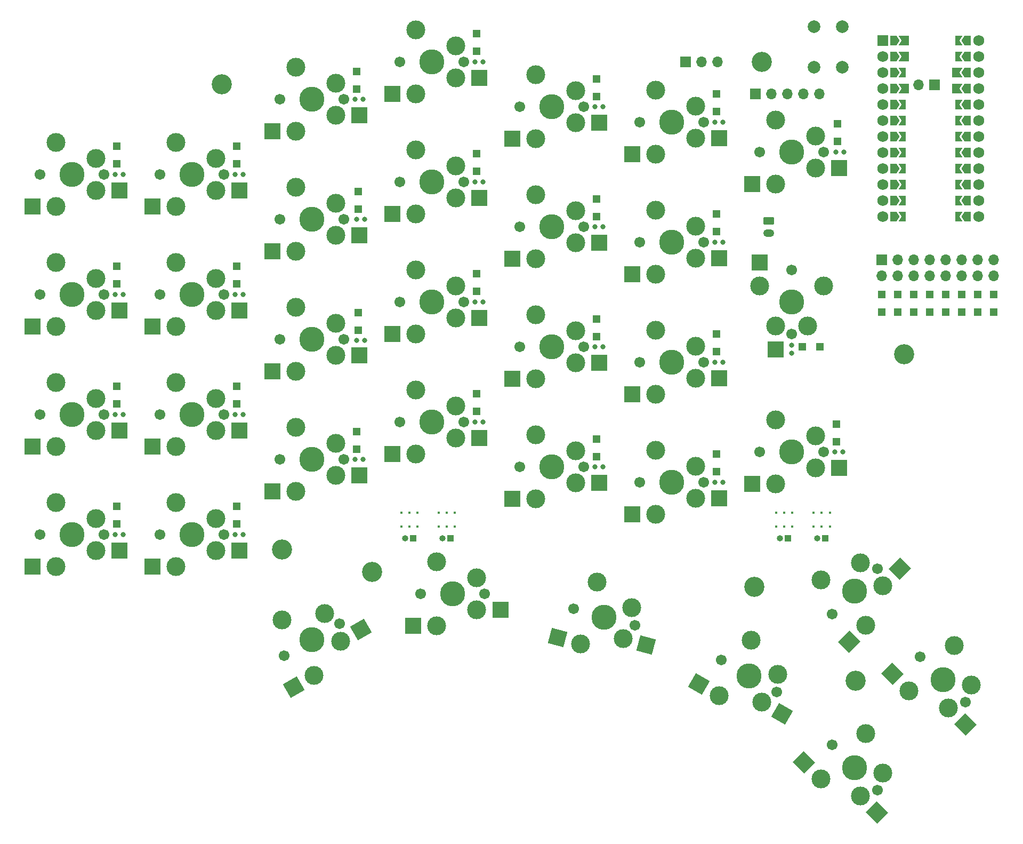
<source format=gbr>
%TF.GenerationSoftware,KiCad,Pcbnew,6.0.4*%
%TF.CreationDate,2022-04-28T08:17:54+02:00*%
%TF.ProjectId,mykeeb,6d796b65-6562-42e6-9b69-6361645f7063,rev?*%
%TF.SameCoordinates,Original*%
%TF.FileFunction,Soldermask,Bot*%
%TF.FilePolarity,Negative*%
%FSLAX46Y46*%
G04 Gerber Fmt 4.6, Leading zero omitted, Abs format (unit mm)*
G04 Created by KiCad (PCBNEW 6.0.4) date 2022-04-28 08:17:54*
%MOMM*%
%LPD*%
G01*
G04 APERTURE LIST*
G04 Aperture macros list*
%AMRoundRect*
0 Rectangle with rounded corners*
0 $1 Rounding radius*
0 $2 $3 $4 $5 $6 $7 $8 $9 X,Y pos of 4 corners*
0 Add a 4 corners polygon primitive as box body*
4,1,4,$2,$3,$4,$5,$6,$7,$8,$9,$2,$3,0*
0 Add four circle primitives for the rounded corners*
1,1,$1+$1,$2,$3*
1,1,$1+$1,$4,$5*
1,1,$1+$1,$6,$7*
1,1,$1+$1,$8,$9*
0 Add four rect primitives between the rounded corners*
20,1,$1+$1,$2,$3,$4,$5,0*
20,1,$1+$1,$4,$5,$6,$7,0*
20,1,$1+$1,$6,$7,$8,$9,0*
20,1,$1+$1,$8,$9,$2,$3,0*%
%AMRotRect*
0 Rectangle, with rotation*
0 The origin of the aperture is its center*
0 $1 length*
0 $2 width*
0 $3 Rotation angle, in degrees counterclockwise*
0 Add horizontal line*
21,1,$1,$2,0,0,$3*%
%AMFreePoly0*
4,1,6,1.000000,0.000000,0.500000,-0.750000,-0.500000,-0.750000,-0.500000,0.750000,0.500000,0.750000,1.000000,0.000000,1.000000,0.000000,$1*%
%AMFreePoly1*
4,1,6,0.500000,-0.750000,-0.650000,-0.750000,-0.150000,0.000000,-0.650000,0.750000,0.500000,0.750000,0.500000,-0.750000,0.500000,-0.750000,$1*%
%AMFreePoly2*
4,1,6,1.000000,-0.750000,-0.650000,-0.750000,-0.150000,0.000000,-0.650000,0.750000,1.000000,0.750000,1.000000,-0.750000,1.000000,-0.750000,$1*%
G04 Aperture macros list end*
%ADD10C,3.000000*%
%ADD11C,3.987800*%
%ADD12C,1.701800*%
%ADD13R,2.550000X2.500000*%
%ADD14C,0.393700*%
%ADD15R,1.200000X1.200000*%
%ADD16C,0.800000*%
%ADD17RotRect,2.550000X2.500000X315.000000*%
%ADD18C,2.000000*%
%ADD19C,3.200000*%
%ADD20RotRect,2.550000X2.500000X30.000000*%
%ADD21RotRect,2.550000X2.500000X45.000000*%
%ADD22R,2.500000X2.550000*%
%ADD23RotRect,2.550000X2.500000X345.000000*%
%ADD24C,1.752600*%
%ADD25R,1.752600X1.752600*%
%ADD26FreePoly0,0.000000*%
%ADD27FreePoly0,180.000000*%
%ADD28FreePoly1,180.000000*%
%ADD29FreePoly2,180.000000*%
%ADD30FreePoly1,0.000000*%
%ADD31FreePoly2,0.000000*%
%ADD32RotRect,2.550000X2.500000X330.000000*%
%ADD33R,1.700000X1.700000*%
%ADD34O,1.700000X1.700000*%
%ADD35R,1.000000X1.000000*%
%ADD36O,1.000000X1.000000*%
%ADD37RoundRect,0.250000X-0.625000X0.350000X-0.625000X-0.350000X0.625000X-0.350000X0.625000X0.350000X0*%
%ADD38O,1.750000X1.200000*%
G04 APERTURE END LIST*
D10*
%TO.C,K26*%
X145494375Y-89138125D03*
X145494375Y-94218125D03*
X139144375Y-86598125D03*
D11*
X141684375Y-91678125D03*
D10*
X139144375Y-96758125D03*
D12*
X146764375Y-91678125D03*
X136604375Y-91678125D03*
D13*
X135394375Y-96758125D03*
X149244375Y-94218125D03*
%TD*%
D14*
%TO.C,H14*%
X139203125Y-103484375D03*
%TD*%
D15*
%TO.C,D33*%
X91678125Y-85253625D03*
D16*
X91424125Y-86915625D03*
X92694125Y-86915625D03*
D15*
X91678125Y-82453625D03*
%TD*%
D10*
%TO.C,K14*%
X107394375Y-58499375D03*
X107394375Y-53419375D03*
D12*
X108664375Y-55959375D03*
X98504375Y-55959375D03*
D11*
X103584375Y-55959375D03*
D10*
X101044375Y-61039375D03*
X101044375Y-50879375D03*
D13*
X97294375Y-61039375D03*
X111144375Y-58499375D03*
%TD*%
D10*
%TO.C,K12*%
X69294375Y-52228750D03*
X69294375Y-57308750D03*
X62944375Y-59848750D03*
D12*
X70564375Y-54768750D03*
D10*
X62944375Y-49688750D03*
D12*
X60404375Y-54768750D03*
D11*
X65484375Y-54768750D03*
D13*
X59194375Y-59848750D03*
X73044375Y-57308750D03*
%TD*%
D16*
%TO.C,D32*%
X72374125Y-92868750D03*
D15*
X72628125Y-91206750D03*
X72628125Y-88406750D03*
D16*
X73644125Y-92868750D03*
%TD*%
D10*
%TO.C,K22*%
X62944375Y-78898750D03*
D11*
X65484375Y-73818750D03*
D10*
X69294375Y-71278750D03*
X62944375Y-68738750D03*
X69294375Y-76358750D03*
D12*
X70564375Y-73818750D03*
X60404375Y-73818750D03*
D13*
X59194375Y-78898750D03*
X73044375Y-76358750D03*
%TD*%
D12*
%TO.C,K45*%
X169284701Y-131358224D03*
D10*
X166590625Y-132256250D03*
D11*
X165692599Y-127766122D03*
D10*
X160304445Y-129562173D03*
X170182727Y-128664148D03*
D12*
X162100497Y-124174020D03*
D10*
X167488650Y-122377968D03*
D17*
X157652795Y-126910523D03*
X169242275Y-134907900D03*
%TD*%
D10*
%TO.C,K44*%
X152590625Y-146256250D03*
D11*
X151692599Y-141766122D03*
D10*
X146304445Y-143562173D03*
X156182727Y-142664148D03*
D12*
X155284701Y-145358224D03*
D10*
X153488650Y-136377968D03*
D12*
X148100497Y-138174020D03*
D17*
X143652795Y-140910523D03*
X155242275Y-148907900D03*
%TD*%
D16*
%TO.C,D10*%
X34274125Y-66675000D03*
D15*
X34528125Y-65013000D03*
X34528125Y-62213000D03*
D16*
X35544125Y-66675000D03*
%TD*%
D15*
%TO.C,D2*%
X72628125Y-34056750D03*
D16*
X72374125Y-35718750D03*
D15*
X72628125Y-31256750D03*
D16*
X73644125Y-35718750D03*
%TD*%
D18*
%TO.C,SW1*%
X149696875Y-30634375D03*
X149696875Y-24134375D03*
X145196875Y-24134375D03*
X145196875Y-30634375D03*
%TD*%
D19*
%TO.C,H5*%
X135731250Y-113109375D03*
%TD*%
%TO.C,H4*%
X159543750Y-76200000D03*
%TD*%
D14*
%TO.C,H12*%
X145156250Y-101303125D03*
%TD*%
%TO.C,H22*%
X85625000Y-101303125D03*
%TD*%
D11*
%TO.C,K30*%
X27384375Y-104775000D03*
D10*
X31194375Y-107315000D03*
D12*
X22304375Y-104775000D03*
X32464375Y-104775000D03*
D10*
X31194375Y-102235000D03*
X24844375Y-99695000D03*
X24844375Y-109855000D03*
D13*
X21094375Y-109855000D03*
X34944375Y-107315000D03*
%TD*%
D16*
%TO.C,D14*%
X110474125Y-55959375D03*
D15*
X110728125Y-54297375D03*
D16*
X111744125Y-55959375D03*
D15*
X110728125Y-51497375D03*
%TD*%
%TO.C,D5*%
X129778125Y-37628625D03*
D16*
X129524125Y-39290625D03*
X130794125Y-39290625D03*
D15*
X129778125Y-34828625D03*
%TD*%
D14*
%TO.C,H25*%
X140493750Y-101303125D03*
%TD*%
D15*
%TO.C,D15*%
X129778125Y-56678625D03*
D16*
X129524125Y-58340625D03*
X130794125Y-58340625D03*
D15*
X129778125Y-53878625D03*
%TD*%
D14*
%TO.C,H19*%
X141784375Y-101303125D03*
%TD*%
D16*
%TO.C,D11*%
X53324125Y-66675000D03*
D15*
X53578125Y-65013000D03*
X53578125Y-62213000D03*
D16*
X54594125Y-66675000D03*
%TD*%
D14*
%TO.C,H11*%
X141784375Y-103484375D03*
%TD*%
%TO.C,H21*%
X88206250Y-103484375D03*
%TD*%
D10*
%TO.C,K31*%
X43894375Y-99695000D03*
X43894375Y-109855000D03*
D11*
X46434375Y-104775000D03*
D10*
X50244375Y-102235000D03*
D12*
X51514375Y-104775000D03*
D10*
X50244375Y-107315000D03*
D12*
X41354375Y-104775000D03*
D13*
X40144375Y-109855000D03*
X53994375Y-107315000D03*
%TD*%
D10*
%TO.C,K40*%
X67513932Y-117339045D03*
D11*
X65484375Y-121443750D03*
D10*
X65824670Y-127113159D03*
D12*
X69883784Y-118903750D03*
D10*
X70053932Y-121738455D03*
X60744670Y-118314341D03*
D12*
X61084966Y-123983750D03*
D20*
X62577075Y-128988159D03*
X73301527Y-119863455D03*
%TD*%
D10*
%TO.C,K46*%
X146304445Y-111970071D03*
X153488650Y-119154276D03*
X152590625Y-109275994D03*
D12*
X148100497Y-117358224D03*
D11*
X151692599Y-113766122D03*
D10*
X156182727Y-112868096D03*
D12*
X155284701Y-110174020D03*
D21*
X150837000Y-121805926D03*
X158834377Y-110216446D03*
%TD*%
D14*
%TO.C,H24*%
X80962500Y-101303125D03*
%TD*%
D16*
%TO.C,D16*%
X141684375Y-74755375D03*
D15*
X143346375Y-75009375D03*
D16*
X141684375Y-76025375D03*
D15*
X146146375Y-75009375D03*
%TD*%
D14*
%TO.C,H15*%
X79671875Y-103484375D03*
%TD*%
D12*
%TO.C,K20*%
X22304375Y-85725000D03*
D11*
X27384375Y-85725000D03*
D10*
X31194375Y-83185000D03*
X31194375Y-88265000D03*
X24844375Y-90805000D03*
D12*
X32464375Y-85725000D03*
D10*
X24844375Y-80645000D03*
D13*
X21094375Y-90805000D03*
X34944375Y-88265000D03*
%TD*%
D15*
%TO.C,D30*%
X34528125Y-103113000D03*
D16*
X34274125Y-104775000D03*
D15*
X34528125Y-100313000D03*
D16*
X35544125Y-104775000D03*
%TD*%
D15*
%TO.C,D25*%
X129778125Y-75728625D03*
D16*
X129524125Y-77390625D03*
D15*
X129778125Y-72928625D03*
D16*
X130794125Y-77390625D03*
%TD*%
%TO.C,D0*%
X34274125Y-47625000D03*
D15*
X34528125Y-45963000D03*
X34528125Y-43163000D03*
D16*
X35544125Y-47625000D03*
%TD*%
D14*
%TO.C,H28*%
X86915625Y-101303125D03*
%TD*%
D16*
%TO.C,D4*%
X110474125Y-36909375D03*
D15*
X110728125Y-35247375D03*
X110728125Y-32447375D03*
D16*
X111744125Y-36909375D03*
%TD*%
D10*
%TO.C,K11*%
X50244375Y-64135000D03*
D12*
X51514375Y-66675000D03*
D11*
X46434375Y-66675000D03*
D12*
X41354375Y-66675000D03*
D10*
X50244375Y-69215000D03*
X43894375Y-71755000D03*
X43894375Y-61595000D03*
D13*
X40144375Y-71755000D03*
X53994375Y-69215000D03*
%TD*%
D10*
%TO.C,K4*%
X107394375Y-34369375D03*
X107394375Y-39449375D03*
X101044375Y-41989375D03*
D11*
X103584375Y-36909375D03*
D12*
X98504375Y-36909375D03*
D10*
X101044375Y-31829375D03*
D12*
X108664375Y-36909375D03*
D13*
X97294375Y-41989375D03*
X111144375Y-39449375D03*
%TD*%
D16*
%TO.C,D31*%
X53324125Y-104775000D03*
D15*
X53578125Y-103113000D03*
D16*
X54594125Y-104775000D03*
D15*
X53578125Y-100313000D03*
%TD*%
D12*
%TO.C,K10*%
X22304375Y-66675000D03*
D10*
X31194375Y-64135000D03*
D11*
X27384375Y-66675000D03*
D10*
X24844375Y-61595000D03*
D12*
X32464375Y-66675000D03*
D10*
X24844375Y-71755000D03*
X31194375Y-69215000D03*
D13*
X21094375Y-71755000D03*
X34944375Y-69215000D03*
%TD*%
D16*
%TO.C,D3*%
X91424125Y-29765625D03*
D15*
X91678125Y-28103625D03*
D16*
X92694125Y-29765625D03*
D15*
X91678125Y-25303625D03*
%TD*%
%TO.C,D13*%
X91678125Y-47153625D03*
D16*
X91424125Y-48815625D03*
D15*
X91678125Y-44353625D03*
D16*
X92694125Y-48815625D03*
%TD*%
D15*
%TO.C,D20*%
X34528125Y-84063000D03*
D16*
X34274125Y-85725000D03*
X35544125Y-85725000D03*
D15*
X34528125Y-81263000D03*
%TD*%
D11*
%TO.C,K3*%
X84534375Y-29765625D03*
D10*
X81994375Y-24685625D03*
X81994375Y-34845625D03*
X88344375Y-32305625D03*
D12*
X79454375Y-29765625D03*
X89614375Y-29765625D03*
D10*
X88344375Y-27225625D03*
D13*
X78244375Y-34845625D03*
X92094375Y-32305625D03*
%TD*%
D14*
%TO.C,H17*%
X88206250Y-101303125D03*
%TD*%
D15*
%TO.C,D23*%
X91678125Y-66203625D03*
D16*
X91424125Y-67865625D03*
X92694125Y-67865625D03*
D15*
X91678125Y-63403625D03*
%TD*%
D14*
%TO.C,H10*%
X82253125Y-103484375D03*
%TD*%
D19*
%TO.C,H31*%
X151804815Y-127992295D03*
%TD*%
D10*
%TO.C,K16*%
X139144375Y-71675625D03*
X146764375Y-65325625D03*
D12*
X141684375Y-72945625D03*
D10*
X136604375Y-65325625D03*
X144224375Y-71675625D03*
D12*
X141684375Y-62785625D03*
D11*
X141684375Y-67865625D03*
D22*
X136604375Y-61575625D03*
X139144375Y-75425625D03*
%TD*%
D14*
%TO.C,H29*%
X146446875Y-101303125D03*
%TD*%
%TO.C,H16*%
X147737500Y-103484375D03*
%TD*%
D11*
%TO.C,K35*%
X122634375Y-96440625D03*
D10*
X126444375Y-98980625D03*
X120094375Y-91360625D03*
X120094375Y-101520625D03*
D12*
X117554375Y-96440625D03*
D10*
X126444375Y-93900625D03*
D12*
X127714375Y-96440625D03*
D13*
X116344375Y-101520625D03*
X130194375Y-98980625D03*
%TD*%
D19*
%TO.C,H6*%
X75009375Y-110728218D03*
%TD*%
D12*
%TO.C,K2*%
X70564375Y-35718750D03*
D10*
X69294375Y-33178750D03*
D11*
X65484375Y-35718750D03*
D12*
X60404375Y-35718750D03*
D10*
X62944375Y-30638750D03*
X62944375Y-40798750D03*
X69294375Y-38258750D03*
D13*
X59194375Y-40798750D03*
X73044375Y-38258750D03*
%TD*%
D14*
%TO.C,H8*%
X79671875Y-101303125D03*
%TD*%
D12*
%TO.C,K32*%
X70564375Y-92868750D03*
X60404375Y-92868750D03*
D10*
X69294375Y-95408750D03*
X62944375Y-97948750D03*
D11*
X65484375Y-92868750D03*
D10*
X62944375Y-87788750D03*
X69294375Y-90328750D03*
D13*
X59194375Y-97948750D03*
X73044375Y-95408750D03*
%TD*%
D10*
%TO.C,K5*%
X126444375Y-36750625D03*
X120094375Y-44370625D03*
X120094375Y-34210625D03*
D11*
X122634375Y-39290625D03*
D12*
X127714375Y-39290625D03*
D10*
X126444375Y-41830625D03*
D12*
X117554375Y-39290625D03*
D13*
X116344375Y-44370625D03*
X130194375Y-41830625D03*
%TD*%
D14*
%TO.C,H7*%
X82253125Y-101303125D03*
%TD*%
D11*
%TO.C,K6*%
X141684375Y-44053125D03*
D12*
X146764375Y-44053125D03*
D10*
X139144375Y-49133125D03*
X145494375Y-46593125D03*
X139144375Y-38973125D03*
X145494375Y-41513125D03*
D12*
X136604375Y-44053125D03*
D13*
X135394375Y-49133125D03*
X149244375Y-46593125D03*
%TD*%
D12*
%TO.C,K13*%
X89614375Y-48815625D03*
D11*
X84534375Y-48815625D03*
D10*
X81994375Y-43735625D03*
X88344375Y-51355625D03*
X88344375Y-46275625D03*
X81994375Y-53895625D03*
D12*
X79454375Y-48815625D03*
D13*
X78244375Y-53895625D03*
X92094375Y-51355625D03*
%TD*%
D14*
%TO.C,H20*%
X85625000Y-103484375D03*
%TD*%
D11*
%TO.C,K41*%
X87868125Y-114141250D03*
D10*
X85328125Y-109061250D03*
X91678125Y-116681250D03*
D12*
X92948125Y-114141250D03*
D10*
X91678125Y-111601250D03*
D12*
X82788125Y-114141250D03*
D10*
X85328125Y-119221250D03*
D13*
X81578125Y-119221250D03*
X95428125Y-116681250D03*
%TD*%
D14*
%TO.C,H13*%
X147737500Y-101303125D03*
%TD*%
D10*
%TO.C,K1*%
X50244375Y-45085000D03*
X43894375Y-42545000D03*
D12*
X41354375Y-47625000D03*
X51514375Y-47625000D03*
D10*
X50244375Y-50165000D03*
X43894375Y-52705000D03*
D11*
X46434375Y-47625000D03*
D13*
X40144375Y-52705000D03*
X53994375Y-50165000D03*
%TD*%
D12*
%TO.C,K42*%
X116825653Y-119186676D03*
D11*
X111918750Y-117871875D03*
D10*
X114941527Y-121311427D03*
D12*
X107011847Y-116557074D03*
D10*
X116256328Y-116404524D03*
X110780099Y-112307571D03*
X108150498Y-122121378D03*
D23*
X104528276Y-121150806D03*
X118563749Y-122281999D03*
%TD*%
D15*
%TO.C,D21*%
X53578125Y-84063000D03*
D16*
X53324125Y-85725000D03*
D15*
X53578125Y-81263000D03*
D16*
X54594125Y-85725000D03*
%TD*%
D14*
%TO.C,H9*%
X145156250Y-103484375D03*
%TD*%
D24*
%TO.C,U1*%
X156136000Y-46736000D03*
X171376000Y-36576000D03*
D25*
X156136000Y-26416000D03*
D24*
X171376000Y-39116000D03*
X156136000Y-51816000D03*
X171376000Y-34036000D03*
X156136000Y-41656000D03*
D26*
X157836000Y-49276000D03*
D24*
X171376000Y-44196000D03*
X156136000Y-54356000D03*
X171376000Y-31496000D03*
X156136000Y-28956000D03*
D27*
X169596000Y-49276000D03*
X169596000Y-46736000D03*
D26*
X157836000Y-41656000D03*
X157836000Y-28956000D03*
D24*
X156136000Y-31496000D03*
D27*
X169596000Y-31496000D03*
D26*
X157836000Y-46736000D03*
X157836000Y-51816000D03*
D24*
X171376000Y-28956000D03*
X171376000Y-26416000D03*
X171376000Y-41656000D03*
D27*
X169596000Y-39116000D03*
D26*
X157836000Y-54356000D03*
D24*
X156136000Y-39116000D03*
X156136000Y-49276000D03*
D27*
X169596000Y-44196000D03*
D24*
X171376000Y-49276000D03*
D27*
X169596000Y-41656000D03*
X169596000Y-51816000D03*
D26*
X157836000Y-34036000D03*
D24*
X171376000Y-54356000D03*
D27*
X169596000Y-36576000D03*
D26*
X157836000Y-44196000D03*
D24*
X156136000Y-36576000D03*
D27*
X169596000Y-54356000D03*
X169596000Y-28956000D03*
D24*
X171376000Y-51816000D03*
D27*
X169596000Y-26416000D03*
D26*
X157836000Y-39116000D03*
D27*
X169596000Y-34036000D03*
D24*
X171376000Y-46736000D03*
D26*
X157836000Y-36576000D03*
D24*
X156136000Y-34036000D03*
D26*
X157836000Y-26416000D03*
D24*
X156136000Y-44196000D03*
D26*
X157836000Y-31496000D03*
D28*
X168146000Y-26416000D03*
X168146000Y-28956000D03*
D29*
X168146000Y-31496000D03*
X168146000Y-34036000D03*
D28*
X168146000Y-36576000D03*
X168146000Y-39116000D03*
X168146000Y-41656000D03*
X168146000Y-44196000D03*
X168146000Y-46736000D03*
X168146000Y-49276000D03*
X168146000Y-51816000D03*
X168146000Y-54356000D03*
D30*
X159286000Y-54356000D03*
X159286000Y-51816000D03*
X159286000Y-49276000D03*
X159286000Y-46736000D03*
X159286000Y-44196000D03*
X159286000Y-41656000D03*
X159286000Y-39116000D03*
X159286000Y-36576000D03*
D31*
X159286000Y-34036000D03*
D30*
X159286000Y-31496000D03*
D31*
X159286000Y-28956000D03*
X159286000Y-26416000D03*
%TD*%
D14*
%TO.C,H27*%
X146446875Y-103484375D03*
%TD*%
D10*
%TO.C,K25*%
X126444375Y-79930625D03*
D12*
X127714375Y-77390625D03*
D10*
X120094375Y-82470625D03*
D12*
X117554375Y-77390625D03*
D11*
X122634375Y-77390625D03*
D10*
X120094375Y-72310625D03*
X126444375Y-74850625D03*
D13*
X116344375Y-82470625D03*
X130194375Y-79930625D03*
%TD*%
D15*
%TO.C,D1*%
X53578125Y-45963000D03*
D16*
X53324125Y-47625000D03*
X54594125Y-47625000D03*
D15*
X53578125Y-43163000D03*
%TD*%
D10*
%TO.C,K33*%
X88344375Y-89455625D03*
D12*
X89614375Y-86915625D03*
D10*
X88344375Y-84375625D03*
X81994375Y-91995625D03*
D12*
X79454375Y-86915625D03*
D10*
X81994375Y-81835625D03*
D11*
X84534375Y-86915625D03*
D13*
X78244375Y-91995625D03*
X92094375Y-89455625D03*
%TD*%
D16*
%TO.C,D24*%
X110474125Y-75009375D03*
D15*
X110728125Y-73347375D03*
X110728125Y-70547375D03*
D16*
X111744125Y-75009375D03*
%TD*%
D14*
%TO.C,H26*%
X140493750Y-103484375D03*
%TD*%
D16*
%TO.C,D26*%
X148574125Y-91678125D03*
D15*
X148828125Y-90016125D03*
D16*
X149844125Y-91678125D03*
D15*
X148828125Y-87216125D03*
%TD*%
D10*
%TO.C,K43*%
X136933273Y-131342830D03*
D12*
X139303125Y-129778125D03*
D10*
X130164011Y-130367534D03*
X139473273Y-126943420D03*
X135244011Y-121568716D03*
D11*
X134903716Y-127238125D03*
D12*
X130504307Y-124698125D03*
D32*
X126916416Y-128492534D03*
X140180868Y-133217830D03*
%TD*%
D16*
%TO.C,D35*%
X129524125Y-96440625D03*
D15*
X129778125Y-94778625D03*
D16*
X130794125Y-96440625D03*
D15*
X129778125Y-91978625D03*
%TD*%
D10*
%TO.C,K21*%
X43894375Y-90805000D03*
X50244375Y-83185000D03*
X50244375Y-88265000D03*
D11*
X46434375Y-85725000D03*
D10*
X43894375Y-80645000D03*
D12*
X51514375Y-85725000D03*
X41354375Y-85725000D03*
D13*
X40144375Y-90805000D03*
X53994375Y-88265000D03*
%TD*%
D15*
%TO.C,D12*%
X72882125Y-53106750D03*
D16*
X72628125Y-54768750D03*
D15*
X72882125Y-50306750D03*
D16*
X73898125Y-54768750D03*
%TD*%
D19*
%TO.C,H1*%
X51196875Y-33337500D03*
%TD*%
D14*
%TO.C,H18*%
X139203125Y-101303125D03*
%TD*%
D10*
%TO.C,K0*%
X31194375Y-50165000D03*
D12*
X32464375Y-47625000D03*
X22304375Y-47625000D03*
D11*
X27384375Y-47625000D03*
D10*
X31194375Y-45085000D03*
X24844375Y-42545000D03*
X24844375Y-52705000D03*
D13*
X21094375Y-52705000D03*
X34944375Y-50165000D03*
%TD*%
D12*
%TO.C,K34*%
X98504375Y-94059375D03*
D10*
X107394375Y-96599375D03*
D11*
X103584375Y-94059375D03*
D10*
X107394375Y-91519375D03*
X101044375Y-99139375D03*
D12*
X108664375Y-94059375D03*
D10*
X101044375Y-88979375D03*
D13*
X97294375Y-99139375D03*
X111144375Y-96599375D03*
%TD*%
D16*
%TO.C,D34*%
X110474125Y-94059375D03*
D15*
X110728125Y-92397375D03*
X110728125Y-89597375D03*
D16*
X111744125Y-94059375D03*
%TD*%
D19*
%TO.C,H3*%
X136921875Y-29765625D03*
%TD*%
D15*
%TO.C,D22*%
X72882125Y-72331375D03*
D16*
X72628125Y-73993375D03*
X73898125Y-73993375D03*
D15*
X72882125Y-69531375D03*
%TD*%
D14*
%TO.C,H23*%
X86915625Y-103484375D03*
%TD*%
D12*
%TO.C,K24*%
X98504375Y-75009375D03*
D11*
X103584375Y-75009375D03*
D10*
X107394375Y-77549375D03*
X101044375Y-80089375D03*
X101044375Y-69929375D03*
D12*
X108664375Y-75009375D03*
D10*
X107394375Y-72469375D03*
D13*
X97294375Y-80089375D03*
X111144375Y-77549375D03*
%TD*%
D12*
%TO.C,K23*%
X79454375Y-67865625D03*
X89614375Y-67865625D03*
D10*
X81994375Y-62785625D03*
X88344375Y-65325625D03*
X81994375Y-72945625D03*
X88344375Y-70405625D03*
D11*
X84534375Y-67865625D03*
D13*
X78244375Y-72945625D03*
X92094375Y-70405625D03*
%TD*%
D19*
%TO.C,H2*%
X60721875Y-107156250D03*
%TD*%
D16*
%TO.C,D6*%
X148748750Y-44053125D03*
D15*
X149002750Y-42391125D03*
X149002750Y-39591125D03*
D16*
X150018750Y-44053125D03*
%TD*%
D10*
%TO.C,K15*%
X120094375Y-63420625D03*
X126444375Y-55800625D03*
X126444375Y-60880625D03*
D11*
X122634375Y-58340625D03*
D10*
X120094375Y-53260625D03*
D12*
X127714375Y-58340625D03*
X117554375Y-58340625D03*
D13*
X116344375Y-63420625D03*
X130194375Y-60880625D03*
%TD*%
D14*
%TO.C,H30*%
X80962500Y-103484375D03*
%TD*%
D15*
%TO.C,D36*%
X155956000Y-69472000D03*
X155956000Y-66672000D03*
%TD*%
D33*
%TO.C,J11*%
X135920000Y-34823000D03*
D34*
X138460000Y-34823000D03*
X141000000Y-34823000D03*
X143540000Y-34823000D03*
X146080000Y-34823000D03*
%TD*%
D35*
%TO.C,J3*%
X81557881Y-105370401D03*
D36*
X80287881Y-105370401D03*
%TD*%
D35*
%TO.C,J4*%
X87511011Y-105370401D03*
D36*
X86241011Y-105370401D03*
%TD*%
D15*
%TO.C,D45*%
X171196000Y-69472000D03*
X171196000Y-66672000D03*
%TD*%
%TO.C,D41*%
X161036000Y-69472000D03*
X161036000Y-66672000D03*
%TD*%
%TO.C,D42*%
X163576000Y-69472000D03*
X163576000Y-66672000D03*
%TD*%
D33*
%TO.C,SWbat1*%
X124871875Y-29790625D03*
D34*
X127411875Y-29790625D03*
X129951875Y-29790625D03*
%TD*%
D35*
%TO.C,J5*%
X141089181Y-105370401D03*
D36*
X139819181Y-105370401D03*
%TD*%
D15*
%TO.C,D43*%
X166116000Y-69472000D03*
X166116000Y-66672000D03*
%TD*%
D33*
%TO.C,J1*%
X155971000Y-61214000D03*
D34*
X155971000Y-63754000D03*
X158511000Y-61214000D03*
X158511000Y-63754000D03*
X161051000Y-61214000D03*
X161051000Y-63754000D03*
X163591000Y-61214000D03*
X163591000Y-63754000D03*
X166131000Y-61214000D03*
X166131000Y-63754000D03*
X168671000Y-61214000D03*
X168671000Y-63754000D03*
X171211000Y-61214000D03*
X171211000Y-63754000D03*
X173751000Y-61214000D03*
X173751000Y-63754000D03*
%TD*%
D33*
%TO.C,J2*%
X164365762Y-33362528D03*
D34*
X161825762Y-33362528D03*
%TD*%
D35*
%TO.C,J6*%
X147042311Y-105370401D03*
D36*
X145772311Y-105370401D03*
%TD*%
D15*
%TO.C,D44*%
X168656000Y-69472000D03*
X168656000Y-66672000D03*
%TD*%
%TO.C,D40*%
X158496000Y-69472000D03*
X158496000Y-66672000D03*
%TD*%
%TO.C,D46*%
X173736000Y-69472000D03*
X173736000Y-66672000D03*
%TD*%
D37*
%TO.C,BT1*%
X138043750Y-54959375D03*
D38*
X138043750Y-56959375D03*
%TD*%
M02*

</source>
